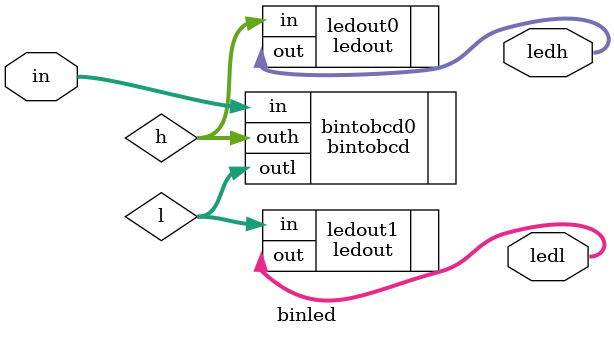
<source format=v>
module binled(in, ledh, ledl);
    input [6:0]in;
    output [6:0]ledh;
    output [6:0]ledl;

    wire [3:0]h;
    wire [3:0]l;

    bintobcd bintobcd0(.in(in), .outh(h), .outl(l));
    ledout ledout0(.in(h), .out(ledh));
    ledout ledout1(.in(l), .out(ledl));
endmodule

</source>
